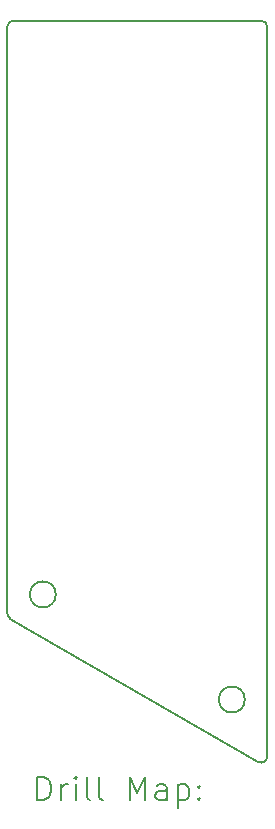
<source format=gbr>
%TF.GenerationSoftware,KiCad,Pcbnew,8.0.6+1*%
%TF.CreationDate,2024-11-30T16:17:36+00:00*%
%TF.ProjectId,controller_overlay,636f6e74-726f-46c6-9c65-725f6f766572,0.2*%
%TF.SameCoordinates,Original*%
%TF.FileFunction,Drillmap*%
%TF.FilePolarity,Positive*%
%FSLAX45Y45*%
G04 Gerber Fmt 4.5, Leading zero omitted, Abs format (unit mm)*
G04 Created by KiCad (PCBNEW 8.0.6+1) date 2024-11-30 16:17:36*
%MOMM*%
%LPD*%
G01*
G04 APERTURE LIST*
%ADD10C,0.150000*%
%ADD11C,0.200000*%
G04 APERTURE END LIST*
D10*
X18200000Y-10930848D02*
X18200000Y-5962500D01*
X18250000Y-5912500D02*
X20350000Y-5912500D01*
X20400000Y-5962500D02*
X20400000Y-12143284D01*
X20325000Y-12186585D02*
X18225000Y-10974150D01*
X18200000Y-5962500D02*
G75*
G02*
X18250000Y-5912500I50000J0D01*
G01*
X20350000Y-5912500D02*
G75*
G02*
X20400000Y-5962500I0J-50000D01*
G01*
X20400000Y-12143284D02*
G75*
G02*
X20324988Y-12186606I-50000J-28D01*
G01*
X18225000Y-10974150D02*
G75*
G02*
X18200002Y-10930848I25000J43300D01*
G01*
X18610000Y-10770000D02*
G75*
G02*
X18390000Y-10770000I-110000J0D01*
G01*
X18390000Y-10770000D02*
G75*
G02*
X18610000Y-10770000I110000J0D01*
G01*
X20210000Y-11660000D02*
G75*
G02*
X19990000Y-11660000I-110000J0D01*
G01*
X19990000Y-11660000D02*
G75*
G02*
X20210000Y-11660000I110000J0D01*
G01*
D11*
X18453277Y-12512296D02*
X18453277Y-12312296D01*
X18453277Y-12312296D02*
X18500896Y-12312296D01*
X18500896Y-12312296D02*
X18529467Y-12321820D01*
X18529467Y-12321820D02*
X18548515Y-12340867D01*
X18548515Y-12340867D02*
X18558039Y-12359915D01*
X18558039Y-12359915D02*
X18567563Y-12398010D01*
X18567563Y-12398010D02*
X18567563Y-12426582D01*
X18567563Y-12426582D02*
X18558039Y-12464677D01*
X18558039Y-12464677D02*
X18548515Y-12483724D01*
X18548515Y-12483724D02*
X18529467Y-12502772D01*
X18529467Y-12502772D02*
X18500896Y-12512296D01*
X18500896Y-12512296D02*
X18453277Y-12512296D01*
X18653277Y-12512296D02*
X18653277Y-12378962D01*
X18653277Y-12417058D02*
X18662801Y-12398010D01*
X18662801Y-12398010D02*
X18672324Y-12388486D01*
X18672324Y-12388486D02*
X18691372Y-12378962D01*
X18691372Y-12378962D02*
X18710420Y-12378962D01*
X18777086Y-12512296D02*
X18777086Y-12378962D01*
X18777086Y-12312296D02*
X18767563Y-12321820D01*
X18767563Y-12321820D02*
X18777086Y-12331343D01*
X18777086Y-12331343D02*
X18786610Y-12321820D01*
X18786610Y-12321820D02*
X18777086Y-12312296D01*
X18777086Y-12312296D02*
X18777086Y-12331343D01*
X18900896Y-12512296D02*
X18881848Y-12502772D01*
X18881848Y-12502772D02*
X18872324Y-12483724D01*
X18872324Y-12483724D02*
X18872324Y-12312296D01*
X19005658Y-12512296D02*
X18986610Y-12502772D01*
X18986610Y-12502772D02*
X18977086Y-12483724D01*
X18977086Y-12483724D02*
X18977086Y-12312296D01*
X19234229Y-12512296D02*
X19234229Y-12312296D01*
X19234229Y-12312296D02*
X19300896Y-12455153D01*
X19300896Y-12455153D02*
X19367563Y-12312296D01*
X19367563Y-12312296D02*
X19367563Y-12512296D01*
X19548515Y-12512296D02*
X19548515Y-12407534D01*
X19548515Y-12407534D02*
X19538991Y-12388486D01*
X19538991Y-12388486D02*
X19519944Y-12378962D01*
X19519944Y-12378962D02*
X19481848Y-12378962D01*
X19481848Y-12378962D02*
X19462801Y-12388486D01*
X19548515Y-12502772D02*
X19529467Y-12512296D01*
X19529467Y-12512296D02*
X19481848Y-12512296D01*
X19481848Y-12512296D02*
X19462801Y-12502772D01*
X19462801Y-12502772D02*
X19453277Y-12483724D01*
X19453277Y-12483724D02*
X19453277Y-12464677D01*
X19453277Y-12464677D02*
X19462801Y-12445629D01*
X19462801Y-12445629D02*
X19481848Y-12436105D01*
X19481848Y-12436105D02*
X19529467Y-12436105D01*
X19529467Y-12436105D02*
X19548515Y-12426582D01*
X19643753Y-12378962D02*
X19643753Y-12578962D01*
X19643753Y-12388486D02*
X19662801Y-12378962D01*
X19662801Y-12378962D02*
X19700896Y-12378962D01*
X19700896Y-12378962D02*
X19719944Y-12388486D01*
X19719944Y-12388486D02*
X19729467Y-12398010D01*
X19729467Y-12398010D02*
X19738991Y-12417058D01*
X19738991Y-12417058D02*
X19738991Y-12474201D01*
X19738991Y-12474201D02*
X19729467Y-12493248D01*
X19729467Y-12493248D02*
X19719944Y-12502772D01*
X19719944Y-12502772D02*
X19700896Y-12512296D01*
X19700896Y-12512296D02*
X19662801Y-12512296D01*
X19662801Y-12512296D02*
X19643753Y-12502772D01*
X19824705Y-12493248D02*
X19834229Y-12502772D01*
X19834229Y-12502772D02*
X19824705Y-12512296D01*
X19824705Y-12512296D02*
X19815182Y-12502772D01*
X19815182Y-12502772D02*
X19824705Y-12493248D01*
X19824705Y-12493248D02*
X19824705Y-12512296D01*
X19824705Y-12388486D02*
X19834229Y-12398010D01*
X19834229Y-12398010D02*
X19824705Y-12407534D01*
X19824705Y-12407534D02*
X19815182Y-12398010D01*
X19815182Y-12398010D02*
X19824705Y-12388486D01*
X19824705Y-12388486D02*
X19824705Y-12407534D01*
M02*

</source>
